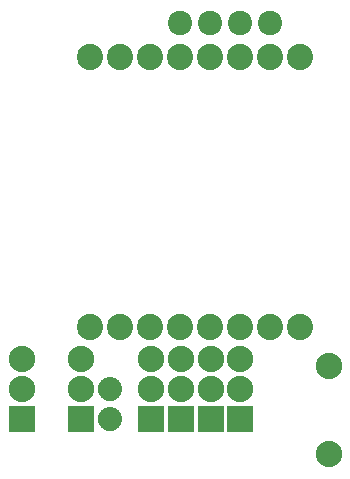
<source format=gbs>
G04 MADE WITH FRITZING*
G04 WWW.FRITZING.ORG*
G04 DOUBLE SIDED*
G04 HOLES PLATED*
G04 CONTOUR ON CENTER OF CONTOUR VECTOR*
%ASAXBY*%
%FSLAX23Y23*%
%MOIN*%
%OFA0B0*%
%SFA1.0B1.0*%
%ADD10C,0.081000*%
%ADD11C,0.080972*%
%ADD12C,0.087778*%
%ADD13C,0.088000*%
%ADD14R,0.088000X0.088000*%
%ADD15R,0.001000X0.001000*%
%LNMASK0*%
G90*
G70*
G54D10*
X884Y1499D03*
X784Y1499D03*
G54D11*
X684Y1499D03*
X584Y1499D03*
G54D12*
X286Y488D03*
X386Y488D03*
X486Y488D03*
X586Y488D03*
X686Y488D03*
X786Y488D03*
X886Y488D03*
X986Y488D03*
X986Y1388D03*
X886Y1388D03*
X786Y1388D03*
X686Y1388D03*
X586Y1388D03*
X486Y1388D03*
X386Y1388D03*
X286Y1388D03*
G54D13*
X687Y180D03*
X687Y280D03*
X687Y380D03*
X490Y180D03*
X490Y280D03*
X490Y380D03*
X785Y180D03*
X785Y280D03*
X785Y380D03*
X588Y180D03*
X588Y280D03*
X588Y380D03*
X254Y180D03*
X254Y280D03*
X254Y380D03*
X57Y180D03*
X57Y280D03*
X57Y380D03*
X1081Y357D03*
X1081Y357D03*
X1081Y62D03*
X1081Y62D03*
G54D14*
X687Y180D03*
X490Y180D03*
X785Y180D03*
X588Y180D03*
X254Y180D03*
X57Y180D03*
G54D15*
X345Y319D02*
X359Y319D01*
X341Y318D02*
X363Y318D01*
X338Y317D02*
X366Y317D01*
X335Y316D02*
X368Y316D01*
X333Y315D02*
X370Y315D01*
X332Y314D02*
X372Y314D01*
X330Y313D02*
X373Y313D01*
X329Y312D02*
X375Y312D01*
X327Y311D02*
X376Y311D01*
X326Y310D02*
X377Y310D01*
X325Y309D02*
X378Y309D01*
X324Y308D02*
X380Y308D01*
X323Y307D02*
X380Y307D01*
X322Y306D02*
X381Y306D01*
X321Y305D02*
X382Y305D01*
X321Y304D02*
X383Y304D01*
X320Y303D02*
X384Y303D01*
X319Y302D02*
X384Y302D01*
X318Y301D02*
X385Y301D01*
X318Y300D02*
X386Y300D01*
X317Y299D02*
X386Y299D01*
X317Y298D02*
X387Y298D01*
X316Y297D02*
X387Y297D01*
X316Y296D02*
X388Y296D01*
X315Y295D02*
X388Y295D01*
X315Y294D02*
X389Y294D01*
X315Y293D02*
X389Y293D01*
X314Y292D02*
X389Y292D01*
X314Y291D02*
X390Y291D01*
X314Y290D02*
X390Y290D01*
X313Y289D02*
X390Y289D01*
X313Y288D02*
X390Y288D01*
X313Y287D02*
X390Y287D01*
X313Y286D02*
X391Y286D01*
X313Y285D02*
X391Y285D01*
X313Y284D02*
X391Y284D01*
X312Y283D02*
X391Y283D01*
X312Y282D02*
X391Y282D01*
X312Y281D02*
X391Y281D01*
X312Y280D02*
X391Y280D01*
X312Y279D02*
X391Y279D01*
X312Y278D02*
X391Y278D01*
X312Y277D02*
X391Y277D01*
X312Y276D02*
X391Y276D01*
X313Y275D02*
X391Y275D01*
X313Y274D02*
X391Y274D01*
X313Y273D02*
X391Y273D01*
X313Y272D02*
X390Y272D01*
X313Y271D02*
X390Y271D01*
X314Y270D02*
X390Y270D01*
X314Y269D02*
X390Y269D01*
X314Y268D02*
X389Y268D01*
X314Y267D02*
X389Y267D01*
X315Y266D02*
X389Y266D01*
X315Y265D02*
X388Y265D01*
X315Y264D02*
X388Y264D01*
X316Y263D02*
X387Y263D01*
X316Y262D02*
X387Y262D01*
X317Y261D02*
X386Y261D01*
X318Y260D02*
X386Y260D01*
X318Y259D02*
X385Y259D01*
X319Y258D02*
X385Y258D01*
X319Y257D02*
X384Y257D01*
X320Y256D02*
X383Y256D01*
X321Y255D02*
X383Y255D01*
X322Y254D02*
X382Y254D01*
X323Y253D02*
X381Y253D01*
X324Y252D02*
X380Y252D01*
X325Y251D02*
X379Y251D01*
X326Y250D02*
X378Y250D01*
X327Y249D02*
X377Y249D01*
X328Y248D02*
X375Y248D01*
X329Y247D02*
X374Y247D01*
X331Y246D02*
X372Y246D01*
X333Y245D02*
X371Y245D01*
X335Y244D02*
X369Y244D01*
X337Y243D02*
X367Y243D01*
X339Y242D02*
X364Y242D01*
X343Y241D02*
X361Y241D01*
X349Y240D02*
X355Y240D01*
X345Y219D02*
X359Y219D01*
X341Y218D02*
X363Y218D01*
X338Y217D02*
X366Y217D01*
X335Y216D02*
X368Y216D01*
X333Y215D02*
X370Y215D01*
X332Y214D02*
X372Y214D01*
X330Y213D02*
X373Y213D01*
X329Y212D02*
X375Y212D01*
X327Y211D02*
X376Y211D01*
X326Y210D02*
X377Y210D01*
X325Y209D02*
X378Y209D01*
X324Y208D02*
X380Y208D01*
X323Y207D02*
X380Y207D01*
X322Y206D02*
X381Y206D01*
X321Y205D02*
X382Y205D01*
X320Y204D02*
X383Y204D01*
X320Y203D02*
X384Y203D01*
X319Y202D02*
X384Y202D01*
X318Y201D02*
X385Y201D01*
X318Y200D02*
X386Y200D01*
X317Y199D02*
X386Y199D01*
X317Y198D02*
X387Y198D01*
X316Y197D02*
X387Y197D01*
X316Y196D02*
X388Y196D01*
X315Y195D02*
X388Y195D01*
X315Y194D02*
X389Y194D01*
X315Y193D02*
X389Y193D01*
X314Y192D02*
X389Y192D01*
X314Y191D02*
X390Y191D01*
X314Y190D02*
X390Y190D01*
X313Y189D02*
X390Y189D01*
X313Y188D02*
X390Y188D01*
X313Y187D02*
X390Y187D01*
X313Y186D02*
X391Y186D01*
X313Y185D02*
X391Y185D01*
X313Y184D02*
X391Y184D01*
X312Y183D02*
X391Y183D01*
X312Y182D02*
X391Y182D01*
X312Y181D02*
X391Y181D01*
X312Y180D02*
X391Y180D01*
X312Y179D02*
X391Y179D01*
X312Y178D02*
X391Y178D01*
X312Y177D02*
X391Y177D01*
X312Y176D02*
X391Y176D01*
X313Y175D02*
X391Y175D01*
X313Y174D02*
X391Y174D01*
X313Y173D02*
X391Y173D01*
X313Y172D02*
X390Y172D01*
X313Y171D02*
X390Y171D01*
X314Y170D02*
X390Y170D01*
X314Y169D02*
X390Y169D01*
X314Y168D02*
X389Y168D01*
X314Y167D02*
X389Y167D01*
X315Y166D02*
X389Y166D01*
X315Y165D02*
X388Y165D01*
X316Y164D02*
X388Y164D01*
X316Y163D02*
X387Y163D01*
X316Y162D02*
X387Y162D01*
X317Y161D02*
X386Y161D01*
X318Y160D02*
X386Y160D01*
X318Y159D02*
X385Y159D01*
X319Y158D02*
X385Y158D01*
X319Y157D02*
X384Y157D01*
X320Y156D02*
X383Y156D01*
X321Y155D02*
X382Y155D01*
X322Y154D02*
X382Y154D01*
X323Y153D02*
X381Y153D01*
X324Y152D02*
X380Y152D01*
X325Y151D02*
X379Y151D01*
X326Y150D02*
X378Y150D01*
X327Y149D02*
X377Y149D01*
X328Y148D02*
X375Y148D01*
X330Y147D02*
X374Y147D01*
X331Y146D02*
X372Y146D01*
X333Y145D02*
X371Y145D01*
X335Y144D02*
X369Y144D01*
X337Y143D02*
X367Y143D01*
X339Y142D02*
X364Y142D01*
X343Y141D02*
X360Y141D01*
X350Y140D02*
X354Y140D01*
D02*
G04 End of Mask0*
M02*
</source>
